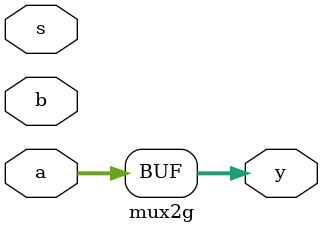
<source format=v>
module mux2g 
#(parameter N=4)
(input wire [N-1:0]a,
 input wire [N-1:0]b,
 input wire s,
 output reg [N-1:0]y
);

always @(*) begin 
	if(!s)y<=a;
	else y<=a;
end
endmodule
</source>
